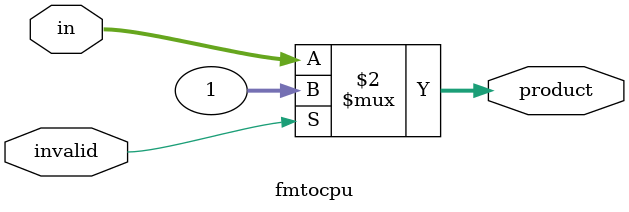
<source format=v>
`timescale 1ns / 1ps


module fmtocpu(
input [31:0]in,
input invalid,
output reg [31:0] product
    );

always @ (*)
begin
    product = (invalid) ? 32'b1 : in;
end    
endmodule

</source>
